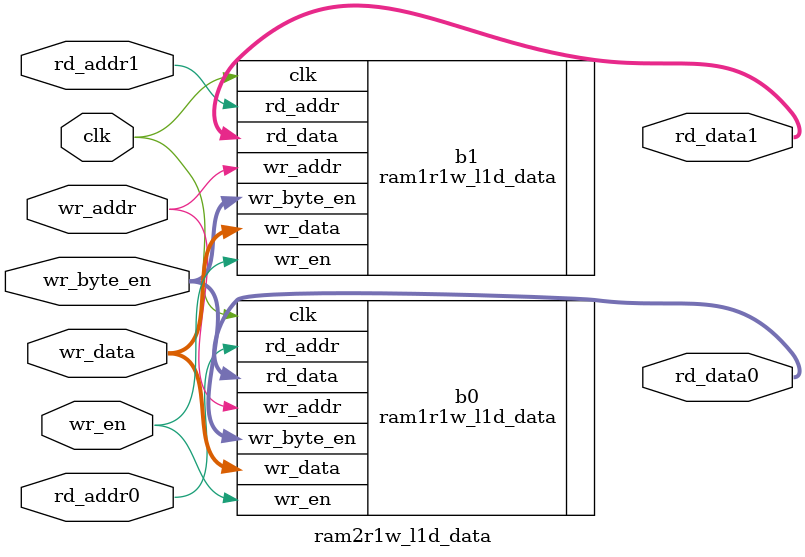
<source format=sv>
module ram2r1w(clk, rd_addr0, rd_addr1, wr_addr, wr_data, wr_en, rd_data0, rd_data1);
   input logic clk;
   parameter WIDTH = 1;
   parameter LG_DEPTH = 1;
   input logic [LG_DEPTH-1:0] rd_addr0;
   input logic [LG_DEPTH-1:0] rd_addr1;
   input logic [LG_DEPTH-1:0] wr_addr;
   input logic [WIDTH-1:0] wr_data;
   input logic 		      wr_en;
   output logic [WIDTH-1:0] rd_data0;
   output logic [WIDTH-1:0] rd_data1;

   ram1r1w #(.WIDTH(WIDTH), .LG_DEPTH(LG_DEPTH)) b0
     (
      .clk(clk),
      .rd_addr(rd_addr0),
      .wr_addr(wr_addr),
      .wr_data(wr_data),
      .wr_en(wr_en),
      .rd_data(rd_data0)
      );

   ram1r1w #(.WIDTH(WIDTH), .LG_DEPTH(LG_DEPTH)) b1
     (
      .clk(clk),
      .rd_addr(rd_addr1),
      .wr_addr(wr_addr),
      .wr_data(wr_data),
      .wr_en(wr_en),
      .rd_data(rd_data1)
      );
   
endmodule // ram2r1w


module ram_banked_2r2w(clk, rd_addr0, rd_addr1, wr_addr0, wr_addr1, wr_data0, wr_data1, wr_en0, wr_en1, rd_data0, rd_data1);
   input logic clk;
   parameter WIDTH = 1;
   parameter LG_DEPTH = 1;
   input logic [LG_DEPTH-1:0] rd_addr0;
   input logic [LG_DEPTH-1:0] rd_addr1;
   input logic [LG_DEPTH-1:0] wr_addr0;
   input logic [LG_DEPTH-1:0] wr_addr1;   
   input logic [WIDTH-1:0]    wr_data0;
   input logic [WIDTH-1:0]    wr_data1;   
   input logic		      wr_en0;
   input logic		      wr_en1;   
   
   output logic [WIDTH-1:0] rd_data0;
   output logic [WIDTH-1:0] rd_data1;

   logic		    r_rd0_b0, r_rd1_b0;
   wire [WIDTH-1:0]	    w_rd_data0, w_rd_data1;

   wire			    w_rd0_b0 = rd_addr0[0]==1'b0;
   wire			    w_rd1_b0 = rd_addr1[0]==1'b0;

   wire			    w_wr0_b0 = wr_addr0[0]==1'b0;
   wire			    w_wr1_b0 = wr_addr1[0]==1'b0;

   
   wire [LG_DEPTH-1:0]	    w_rd_addr0 = w_rd0_b0 ? rd_addr0 : rd_addr1;
   wire [LG_DEPTH-1:0]	    w_rd_addr1 = w_rd1_b0 ? rd_addr0 : rd_addr1;

   wire [LG_DEPTH-1:0]	    w_wr_addr0 = w_wr0_b0 ? wr_addr0 : wr_addr1;
   wire [LG_DEPTH-1:0]	    w_wr_addr1 = w_wr1_b0 ? wr_addr0 : wr_addr1;

   wire [WIDTH-1:0]	    w_wr_data0 = w_wr0_b0 ? wr_data0 : wr_data1;
   wire [WIDTH-1:0]	    w_wr_data1 = w_wr1_b0 ? wr_data0 : wr_data1;   

   wire			    w_wr_en0 = w_wr0_b0 & wr_en0 | w_wr1_b0 & wr_en1;
   wire			    w_wr_en1 = (w_wr0_b0==1'b0) & wr_en0 | (w_wr1_b0==1'b0) & wr_en1;   
   

   always_ff@(posedge clk)
     begin
	r_rd0_b0 <= w_rd0_b0;
	r_rd1_b0 <= w_rd1_b0;
     end

   always_comb
     begin
	rd_data0 = r_rd0_b0 ? w_rd_data0 : w_rd_data1;
	rd_data1 = r_rd1_b0 ? w_rd_data0 : w_rd_data1;
     end

`ifdef VERILATOR
   logic [WIDTH-1:0] r_check[(1<<LG_DEPTH)-1:0];
   logic [WIDTH-1:0] r_check_d0, r_check_d1;
   always_ff@(posedge clk)
     begin
	r_check_d0 <= r_check[rd_addr0];
	r_check_d1 <= r_check[rd_addr1];
	
	if(wr_en0)
	  r_check[wr_addr0] <= wr_data0;
	if(wr_en1)
	  r_check[wr_addr1] <= wr_data1;
     end

   
   always_ff@(negedge clk)
     begin
	//$display("port0 read bank %d, port1 read bank %d", rd_addr0, rd_addr1);
	if(rd_data0 != r_check_d0)
	  begin
	     $display("port 0 got wrong data");
	  end

	if(rd_data1 != r_check_d1)
	  begin
	     $display("port 1 got wrong data");
	  end
		
	if(rd_addr0[0] == rd_addr1[0])
	  begin
	     $display("reads to same bank");
	  end
	if(wr_en0 & wr_en1 & (wr_addr0[0] == wr_addr1[0]))
	  begin
	     $stop();
	  end
     end
`endif

   
   ram1r1w #(.WIDTH(WIDTH), .LG_DEPTH(LG_DEPTH-1)) b0
     (
      .clk(clk),
      .rd_addr(w_rd_addr0[LG_DEPTH-1:1]),
      .wr_addr(w_wr_addr0[LG_DEPTH-1:1]),
      .wr_data(w_wr_data0),
      .wr_en(w_wr_en0),
      .rd_data(w_rd_data0)
      );

   ram1r1w #(.WIDTH(WIDTH), .LG_DEPTH(LG_DEPTH-1)) b1
     (
      .clk(clk),
      .rd_addr(w_rd_addr1[LG_DEPTH-1:1]),
      .wr_addr(w_wr_addr1[LG_DEPTH-1:1]),
      .wr_data(w_wr_data1),
      .wr_en(w_wr_en1),
      .rd_data(w_rd_data1)
      );
   
endmodule // ram2r1w


module ram2r1w_l1d_data(clk, rd_addr0, rd_addr1, wr_addr, wr_data, wr_en, wr_byte_en, rd_data0, rd_data1);
   input logic clk;
   parameter LG_DEPTH = 1;
   localparam WIDTH = 128;
   input logic [LG_DEPTH-1:0] rd_addr0;
   input logic [LG_DEPTH-1:0] rd_addr1;
   input logic [LG_DEPTH-1:0] wr_addr;
   input logic [WIDTH-1:0] wr_data;
   input logic 		      wr_en;
   input logic [(WIDTH/8)-1:0] wr_byte_en;
   
   output logic [WIDTH-1:0] rd_data0;
   output logic [WIDTH-1:0] rd_data1;

   ram1r1w_l1d_data #(.LG_DEPTH(LG_DEPTH)) b0
     (
      .clk(clk),
      .rd_addr(rd_addr0),
      .wr_addr(wr_addr),
      .wr_data(wr_data),
      .wr_en(wr_en),
      .wr_byte_en(wr_byte_en),
      .rd_data(rd_data0)
      );

   ram1r1w_l1d_data #(.LG_DEPTH(LG_DEPTH)) b1
     (
      .clk(clk),
      .rd_addr(rd_addr1),
      .wr_addr(wr_addr),
      .wr_data(wr_data),
      .wr_en(wr_en),
      .wr_byte_en(wr_byte_en),      
      .rd_data(rd_data1)
      );
   
endmodule

</source>
